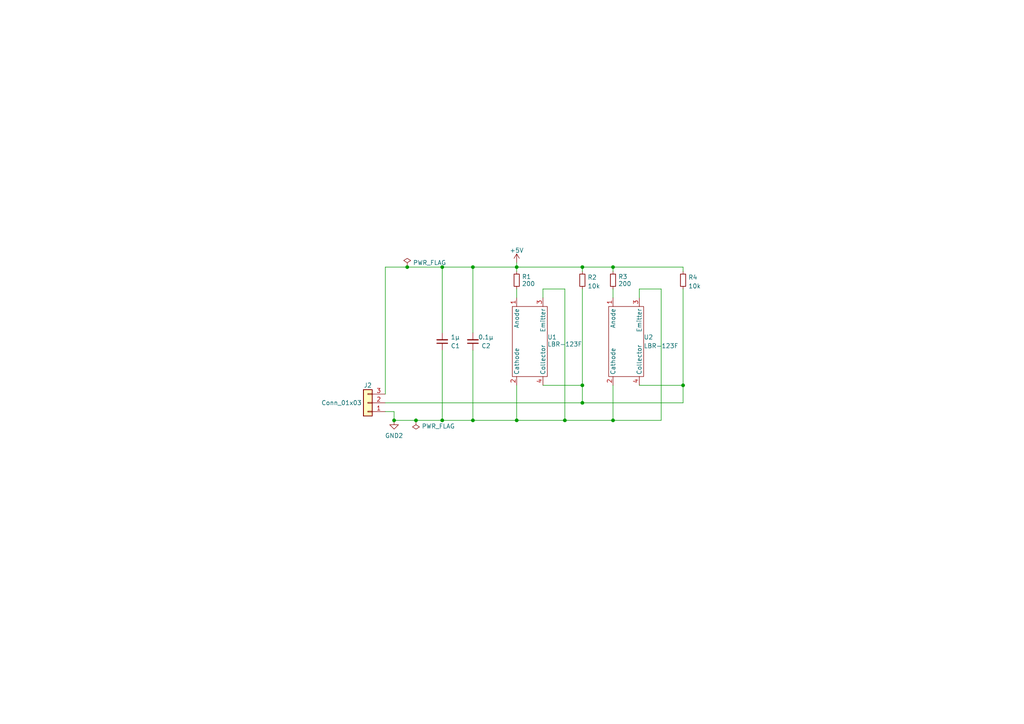
<source format=kicad_sch>
(kicad_sch (version 20230121) (generator eeschema)
  (paper "A4")
  (lib_symbols
    (symbol "Connector_Generic:Conn_01x03" (pin_names (offset 1.016) hide)
      (property "Reference" "J" (at 0 5.08 0))
      (property "Value" "Conn_01x03" (at 0 -5.08 0))
      (symbol "Conn_01x03_1_1"
        (rectangle (start -1.27 -2.413) (end 0 -2.667) (stroke (width 0.1524)))
        (rectangle (start -1.27 0.127) (end 0 -0.127) (stroke (width 0.1524)))
        (rectangle (start -1.27 2.667) (end 0 2.413) (stroke (width 0.1524)))
        (rectangle (start -1.27 3.81) (end 1.27 -3.81) (stroke (width 0.254)) (fill (type background)))
        (pin passive line (at -5.08 2.54 0) (length 3.81) (name "Pin_1") (number "1"))
        (pin passive line (at -5.08 0 0) (length 3.81) (name "Pin_2") (number "2"))
        (pin passive line (at -5.08 -2.54 0) (length 3.81) (name "Pin_3") (number "3"))
      )
    )
    (symbol "Device:C_Small" (pin_numbers hide) (pin_names (offset 0.254) hide)
      (property "Reference" "C" (at 0.254 1.778 0))
      (property "Value" "C_Small" (at 0.254 -2.032 0))
      (symbol "C_Small_0_1"
        (polyline (pts (xy -1.524 -0.508) (xy 1.524 -0.508)) (stroke (width 0.3302)))
        (polyline (pts (xy -1.524 0.508) (xy 1.524 0.508)) (stroke (width 0.3048)))
      )
      (symbol "C_Small_1_1"
        (pin passive line (at 0 2.54 270) (length 2.032) (name "~") (number "1"))
        (pin passive line (at 0 -2.54 90) (length 2.032) (name "~") (number "2"))
      )
    )
    (symbol "Device:R_Small" (pin_numbers hide) (pin_names (offset 0.254) hide)
      (property "Reference" "R" (at 0.762 0.508 0))
      (property "Value" "R_Small" (at 0.762 -1.016 0))
      (symbol "R_Small_0_1"
        (rectangle (start -0.762 1.778) (end 0.762 -1.778) (stroke (width 0.2032)))
      )
      (symbol "R_Small_1_1"
        (pin passive line (at 0 2.54 270) (length 0.762) (name "~") (number "1"))
        (pin passive line (at 0 -2.54 90) (length 0.762) (name "~") (number "2"))
      )
    )
    (symbol "LBR-123F_1"
      (property "Reference" "U" (at 0 6.35 0))
      (property "Value" "LBR-123F" (at 0 -6.35 0))
      (symbol "LBR-123F_1_0_1"
        (rectangle (start -10.16 5.08) (end 10.16 -5.08))
      )
      (symbol "LBR-123F_1_1_1"
        (pin input line (at -12.7 -3.81 0) (length 2.54) (name "Anode") (number "1"))
        (pin input line (at 12.7 -3.81 180) (length 2.54) (name "Cathode") (number "2"))
        (pin input line (at -12.7 3.81 0) (length 2.54) (name "Emitter") (number "3"))
        (pin input line (at 12.7 3.81 180) (length 2.54) (name "Collector") (number "4"))
      )
    )
    (symbol "power:+5V" (power) (pin_names (offset 0))
      (property "Value" "+5V" (at 0 3.556 0))
      (symbol "+5V_0_1"
        (polyline (pts (xy -0.762 1.27) (xy 0 2.54)))
        (polyline (pts (xy 0 0) (xy 0 2.54)))
        (polyline (pts (xy 0 2.54) (xy 0.762 1.27)))
      )
      (symbol "+5V_1_1"
        (pin power_in line (at 0 0 90) (length 0) hide (name "+5V") (number "1"))
      )
    )
    (symbol "power:GND2" (power) (pin_names (offset 0))
      (property "Value" "GND2" (at 0 -3.81 0))
      (symbol "GND2_0_1"
        (polyline (pts (xy 0 0) (xy 0 -1.27) (xy 1.27 -1.27) (xy 0 -2.54) (xy -1.27 -1.27) (xy 0 -1.27)))
      )
      (symbol "GND2_1_1"
        (pin power_in line (at 0 0 270) (length 0) hide (name "GND2") (number "1"))
      )
    )
    (symbol "power:PWR_FLAG" (power) (pin_numbers hide) (pin_names (offset 0) hide)
      (property "Value" "PWR_FLAG" (at 0 3.81 0))
      (symbol "PWR_FLAG_0_0"
        (pin power_out line (at 0 0 90) (length 0) (name "pwr") (number "1"))
      )
      (symbol "PWR_FLAG_0_1"
        (polyline (pts (xy 0 0) (xy 0 1.27) (xy -1.016 1.905) (xy 0 2.54) (xy 1.016 1.905) (xy 0 1.27)))
      )
    )
    (symbol "robot_contest:LBR-123F"
      (property "Reference" "U" (at 0 6.35 0))
      (property "Value" "LBR-123F" (at 0 -6.35 0))
      (symbol "LBR-123F_0_1"
        (rectangle (start -10.16 5.08) (end 10.16 -5.08))
      )
      (symbol "LBR-123F_1_1"
        (pin input line (at -12.7 -3.81 0) (length 2.54) (name "Anode") (number "1"))
        (pin input line (at 12.7 -3.81 180) (length 2.54) (name "Cathode") (number "2"))
        (pin input line (at -12.7 3.81 0) (length 2.54) (name "Emitter") (number "3"))
        (pin input line (at 12.7 3.81 180) (length 2.54) (name "Collector") (number "4"))
      )
    )
  )
  (junction (at 114.3 121.92))
  (junction (at 128.27 77.47))
  (junction (at 177.8 121.92))
  (junction (at 177.8 77.47))
  (junction (at 168.91 77.47))
  (junction (at 149.86 77.47))
  (junction (at 118.11 77.47))
  (junction (at 168.91 116.84))
  (junction (at 168.91 111.76))
  (junction (at 137.16 121.92))
  (junction (at 128.27 121.92))
  (junction (at 198.12 111.76))
  (junction (at 163.83 121.92))
  (junction (at 149.86 121.92))
  (junction (at 137.16 77.47))
  (junction (at 120.65 121.92))
  (wire (pts (xy 198.12 111.76) (xy 185.42 111.76)))
  (wire (pts (xy 149.86 77.47) (xy 149.86 78.74)))
  (wire (pts (xy 149.86 111.76) (xy 149.86 121.92)))
  (wire (pts (xy 177.8 77.47) (xy 198.12 77.47)))
  (wire (pts (xy 137.16 101.6) (xy 137.16 121.92)))
  (wire (pts (xy 111.76 77.47) (xy 118.11 77.47)))
  (wire (pts (xy 114.3 121.92) (xy 120.65 121.92)))
  (wire (pts (xy 137.16 77.47) (xy 137.16 96.52)))
  (wire (pts (xy 111.76 116.84) (xy 168.91 116.84)))
  (wire (pts (xy 137.16 77.47) (xy 149.86 77.47)))
  (wire (pts (xy 163.83 83.82) (xy 163.83 121.92)))
  (wire (pts (xy 137.16 121.92) (xy 149.86 121.92)))
  (wire (pts (xy 149.86 121.92) (xy 163.83 121.92)))
  (wire (pts (xy 128.27 121.92) (xy 137.16 121.92)))
  (wire (pts (xy 191.77 83.82) (xy 191.77 121.92)))
  (wire (pts (xy 177.8 121.92) (xy 191.77 121.92)))
  (wire (pts (xy 114.3 119.38) (xy 114.3 121.92)))
  (wire (pts (xy 128.27 77.47) (xy 137.16 77.47)))
  (wire (pts (xy 177.8 83.82) (xy 177.8 86.36)))
  (wire (pts (xy 114.3 119.38) (xy 111.76 119.38)))
  (wire (pts (xy 185.42 86.36) (xy 185.42 83.82)))
  (wire (pts (xy 163.83 121.92) (xy 177.8 121.92)))
  (wire (pts (xy 198.12 77.47) (xy 198.12 78.74)))
  (wire (pts (xy 168.91 77.47) (xy 177.8 77.47)))
  (wire (pts (xy 177.8 78.74) (xy 177.8 77.47)))
  (wire (pts (xy 168.91 111.76) (xy 157.48 111.76)))
  (wire (pts (xy 149.86 76.2) (xy 149.86 77.47)))
  (wire (pts (xy 118.11 77.47) (xy 128.27 77.47)))
  (wire (pts (xy 168.91 116.84) (xy 198.12 116.84)))
  (wire (pts (xy 198.12 116.84) (xy 198.12 111.76)))
  (wire (pts (xy 157.48 83.82) (xy 163.83 83.82)))
  (wire (pts (xy 198.12 83.82) (xy 198.12 111.76)))
  (wire (pts (xy 120.65 121.92) (xy 128.27 121.92)))
  (wire (pts (xy 128.27 96.52) (xy 128.27 77.47)))
  (wire (pts (xy 149.86 77.47) (xy 168.91 77.47)))
  (wire (pts (xy 168.91 83.82) (xy 168.91 111.76)))
  (wire (pts (xy 111.76 77.47) (xy 111.76 114.3)))
  (wire (pts (xy 185.42 83.82) (xy 191.77 83.82)))
  (wire (pts (xy 168.91 111.76) (xy 168.91 116.84)))
  (wire (pts (xy 168.91 77.47) (xy 168.91 78.74)))
  (wire (pts (xy 177.8 111.76) (xy 177.8 121.92)))
  (wire (pts (xy 149.86 83.82) (xy 149.86 86.36)))
  (wire (pts (xy 128.27 101.6) (xy 128.27 121.92)))
  (wire (pts (xy 157.48 86.36) (xy 157.48 83.82)))
  (symbol (lib_id "Device:R_Small") (at 168.91 81.28 0) (unit 1)
    (property "Reference" "R2" (at 170.4086 80.4453 0) (effects (justify left)))
    (property "Value" "10k" (at 170.4086 82.9822 0) (effects (justify left)))
    (property "Footprint" "Resistor_SMD:R_0603_1608Metric_Pad0.98x0.95mm_HandSolder" (effects hide))
  )
  (symbol (lib_id "power:+5V") (at 149.86 76.2 0) (unit 1)
    (property "Reference" "#PWR04" (effects hide))
    (property "Value" "+5V" (at 149.86 72.6242 0))
  )
  (symbol (lib_id "Device:R_Small") (at 149.86 81.28 0) (unit 1)
    (property "Reference" "R1" (at 151.3586 80.256 0) (effects (justify left)))
    (property "Value" "200" (at 151.3586 82.304 0) (effects (justify left)))
    (property "Footprint" "Resistor_SMD:R_0603_1608Metric_Pad0.98x0.95mm_HandSolder" (effects hide))
  )
  (symbol (lib_id "power:GND2") (at 114.3 121.92 0) (unit 1)
    (property "Reference" "#PWR03" (effects hide))
    (property "Value" "GND2" (at 114.3 126.3634 0))
  )
  (symbol (lib_id "Device:R_Small") (at 198.12 81.28 0) (unit 1)
    (property "Reference" "R4" (at 199.6186 80.4453 0) (effects (justify left)))
    (property "Value" "10k" (at 199.6186 82.9822 0) (effects (justify left)))
    (property "Footprint" "Resistor_SMD:R_0603_1608Metric_Pad0.98x0.95mm_HandSolder" (effects hide))
  )
  (symbol (lib_id "Connector_Generic:Conn_01x03") (at 106.68 116.84 180) (unit 1)
    (property "Reference" "J2" (at 106.68 111.76 0))
    (property "Value" "Conn_01x03" (at 99.06 116.84 0))
    (property "Footprint" "Connector_PinHeader_2.00mm:PinHeader_1x03_P2.00mm_Vertical" (effects hide))
  )
  (symbol (lib_id "Device:C_Small") (at 128.27 99.06 180) (unit 1)
    (property "Reference" "C1" (at 132.08 100.33 0))
    (property "Value" "1μ" (at 132.08 97.79 0))
    (property "Footprint" "Capacitor_SMD:C_0402_1005Metric_Pad0.74x0.62mm_HandSolder" (effects hide))
  )
  (symbol (lib_id "power:PWR_FLAG") (at 120.65 121.92 180) (unit 1)
    (property "Reference" "#FLG02" (effects hide))
    (property "Value" "PWR_FLAG" (at 122.301 123.6238 0) (effects (justify right)))
  )
  (symbol (lib_name "LBR-123F_1") (lib_id "robot_contest:LBR-123F") (at 153.67 99.06 270) (unit 1)
    (property "Reference" "U1" (at 158.75 97.79 90) (effects (justify left)))
    (property "Value" "LBR-123F" (at 158.75 99.838 90) (effects (justify left)))
    (property "Footprint" "robot_contest:LBR-123F" (effects hide))
    (property "Datasheet" "https://akizukidenshi.com/download/ds/letex/lbr-123f.pdf" (effects hide))
  )
  (symbol (lib_id "Device:C_Small") (at 137.16 99.06 180) (unit 1)
    (property "Reference" "C2" (at 140.97 100.33 0))
    (property "Value" "0.1μ" (at 140.97 97.79 0))
    (property "Footprint" "Capacitor_SMD:C_0402_1005Metric_Pad0.74x0.62mm_HandSolder" (effects hide))
  )
  (symbol (lib_id "power:PWR_FLAG") (at 118.11 77.47 0) (unit 1)
    (property "Reference" "#FLG01" (effects hide))
    (property "Value" "PWR_FLAG" (at 119.761 76.2 0) (effects (justify left)))
  )
  (symbol (lib_id "robot_contest:LBR-123F") (at 181.61 99.06 270) (unit 1)
    (property "Reference" "U2" (at 186.69 97.79 90) (effects (justify left)))
    (property "Value" "LBR-123F" (at 186.69 100.33 90) (effects (justify left)))
    (property "Footprint" "robot_contest:LBR-123F" (effects hide))
    (property "Datasheet" "https://akizukidenshi.com/download/ds/letex/lbr-123f.pdf" (effects hide))
  )
  (symbol (lib_id "Device:R_Small") (at 177.8 81.28 0) (unit 1)
    (property "Reference" "R3" (at 179.2986 80.256 0) (effects (justify left)))
    (property "Value" "200" (at 179.2986 82.304 0) (effects (justify left)))
    (property "Footprint" "Resistor_SMD:R_0603_1608Metric_Pad0.98x0.95mm_HandSolder" (effects hide))
  )
)
</source>
